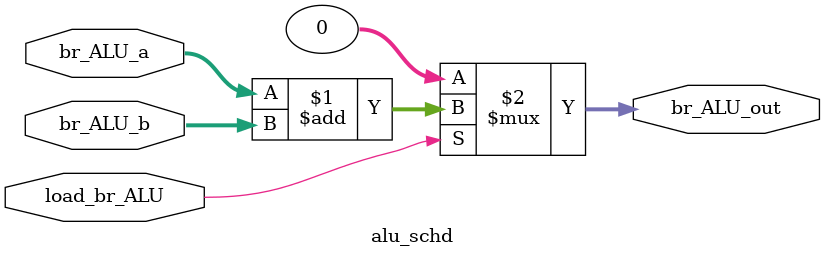
<source format=sv>
module alu_schd (
    input load_br_ALU,
    input [31:0] br_ALU_a, br_ALU_b,
    output [31:0] br_ALU_out
);

assign br_ALU_out = load_br_ALU ? (br_ALU_a + br_ALU_b) : '0;

endmodule
</source>
